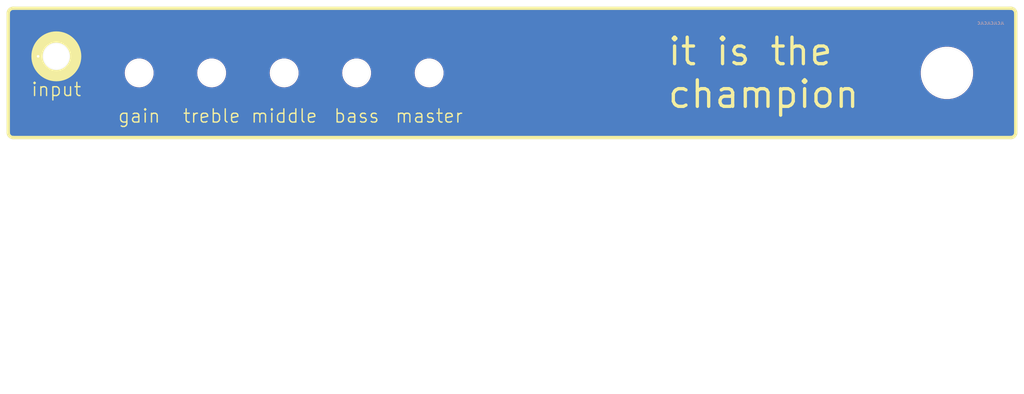
<source format=kicad_pcb>
(kicad_pcb (version 20211014) (generator pcbnew)
  (title_block (title "It is the Champion Faceplate") (date "2021-08-18") (rev "0") (comment 1 "creativecommons.org/licenses/by/4.0/") (comment 2 "License: CC by 4.0") (comment 3 "Author: Jordan Aceto"))
  (layers (0 "F.Cu" signal) (31 "B.Cu" signal) (34 "B.Paste" user) (35 "F.Paste" user) (36 "B.SilkS" user "B.Silkscreen") (37 "F.SilkS" user "F.Silkscreen") (38 "B.Mask" user) (39 "F.Mask" user) (44 "Edge.Cuts" user))
  (net 0 "")
  (net 1 "GND")
  (footprint "TestPoint:TestPoint_Keystone_5000-5004_Miniature" (layer "F.Cu") (at 12.065 19.05)
    (fp_text reference "TP1" hide)
    (fp_text value "DUMMY")
    (fp_circle (center 0 0) (end 1.4 0) (layer "F.SilkS") (width 0.15) (fill none))
    (pad "1" thru_hole circle locked (at 0 0) (size 2 2) (drill 1) (layers *.Cu *.Mask) (net 1 "GND"))
  )
  (gr_arc (start 2.54 50.165) (mid 1.192962 49.607038) (end 0.635 48.26) (layer "F.SilkS") (width 1.27))
  (gr_arc (start 384.81 0.635) (mid 386.157038 1.192962) (end 386.715 2.54) (layer "F.SilkS") (width 1.27))
  (gr_arc (start 386.715 48.26) (mid 386.157038 49.607038) (end 384.81 50.165) (layer "F.SilkS") (width 1.27))
  (gr_line (start 386.715 48.26) (end 386.715 2.54) (layer "F.SilkS") (width 1.27))
  (gr_line (start 384.81 0.635) (end 2.54 0.635) (layer "F.SilkS") (width 1.27))
  (gr_line (start 384.81 50.165) (end 2.54 50.165) (layer "F.SilkS") (width 1.27))
  (gr_line (start 0.635 2.54) (end 0.635 48.26) (layer "F.SilkS") (width 1.27))
  (gr_arc (start 0.635 2.54) (mid 1.192962 1.192962) (end 2.54 0.635) (layer "F.SilkS") (width 1.27))
  (gr_circle (center 19.05 19.05) (end 26.455309 19.05) (layer "F.SilkS") (width 4.318) (fill none))
  (gr_line (start 384.81 0) (end 2.54 0) (layer "Edge.Cuts") (width 0.05))
  (gr_arc (start 384.81 0) (mid 386.606051 0.743949) (end 387.35 2.54) (layer "Edge.Cuts") (width 0.05))
  (gr_circle (center 50.8 25.4) (end 55.8165 25.4) (layer "Edge.Cuts") (width 0.05) (fill none))
  (gr_circle (center 360.3625 25.4) (end 369.8875 25.4) (layer "Edge.Cuts") (width 0.05) (fill none))
  (gr_arc (start 0 2.54) (mid 0.743949 0.743949) (end 2.54 0) (layer "Edge.Cuts") (width 0.05))
  (gr_arc (start 387.35 48.26) (mid 386.606051 50.056051) (end 384.81 50.8) (layer "Edge.Cuts") (width 0.05))
  (gr_line (start 2.54 50.8) (end 384.81 50.8) (layer "Edge.Cuts") (width 0.05))
  (gr_circle (center 106.3625 25.4) (end 111.379 25.4) (layer "Edge.Cuts") (width 0.05) (fill none))
  (gr_circle (center 161.925 25.4) (end 166.9415 25.4) (layer "Edge.Cuts") (width 0.05) (fill none))
  (gr_circle (center 134.14375 25.4) (end 139.16025 25.4) (layer "Edge.Cuts") (width 0.05) (fill none))
  (gr_arc (start 2.54 50.8) (mid 0.743949 50.056051) (end 0 48.26) (layer "Edge.Cuts") (width 0.05))
  (gr_circle (center 78.58125 25.4) (end 83.59775 25.4) (layer "Edge.Cuts") (width 0.05) (fill none))
  (gr_circle (center 19.05 19.05) (end 24.0665 19.05) (layer "Edge.Cuts") (width 0.05) (fill none))
  (gr_line (start 387.35 48.26) (end 387.35 2.54) (layer "Edge.Cuts") (width 0.05))
  (gr_line (start 0 2.54) (end 0 48.26) (layer "Edge.Cuts") (width 0.05))
  (gr_text "JLCJLCJLCJLC" (at 377.19 6.35) (layer "B.SilkS") (effects (font (size 1 1)) (justify mirror)))
  (gr_text "master" (at 161.925 41.91) (layer "F.SilkS") (effects (font (size 5.08 5.08) (thickness 0.508))))
  (gr_text "gain" (at 50.8 41.91) (layer "F.SilkS") (effects (font (size 5.08 5.08) (thickness 0.508))))
  (gr_text "input" (at 19.05 31.75) (layer "F.SilkS") (effects (font (size 5.08 5.08) (thickness 0.508))))
  (gr_text "bass" (at 134.14375 41.91) (layer "F.SilkS") (effects (font (size 5.08 5.08) (thickness 0.508))))
  (gr_text "it is the\nchampion" (at 252.73 25.4) (layer "F.SilkS") (effects (font (size 10.16 10.16) (thickness 1.27)) (justify left)))
  (gr_text "treble" (at 78.58125 41.91) (layer "F.SilkS") (effects (font (size 5.08 5.08) (thickness 0.508))))
  (gr_text "middle" (at 106.3625 41.91) (layer "F.SilkS") (effects (font (size 5.08 5.08) (thickness 0.508))))
  (zone (net 0) (net_name "") (layer "F.Cu") (connect_pads (clearance 0.508)) (min_thickness 0.254) (fill yes (thermal_gap 0.508) (thermal_bridge_width 0.508))
    (polygon (pts (xy 388.62 52.07) (xy -1.27 52.07) (xy -1.27 -1.27) (xy 388.62 -1.27)))
  )
  (zone (net 0) (net_name "") (layer "B.Cu") (connect_pads (clearance 0.508)) (min_thickness 0.254) (fill yes (thermal_gap 0.508) (thermal_bridge_width 0.508))
    (polygon (pts (xy 389.89 53.34) (xy -2.54 53.34) (xy -2.54 -2.54) (xy 389.89 -2.54)))
  )
)
</source>
